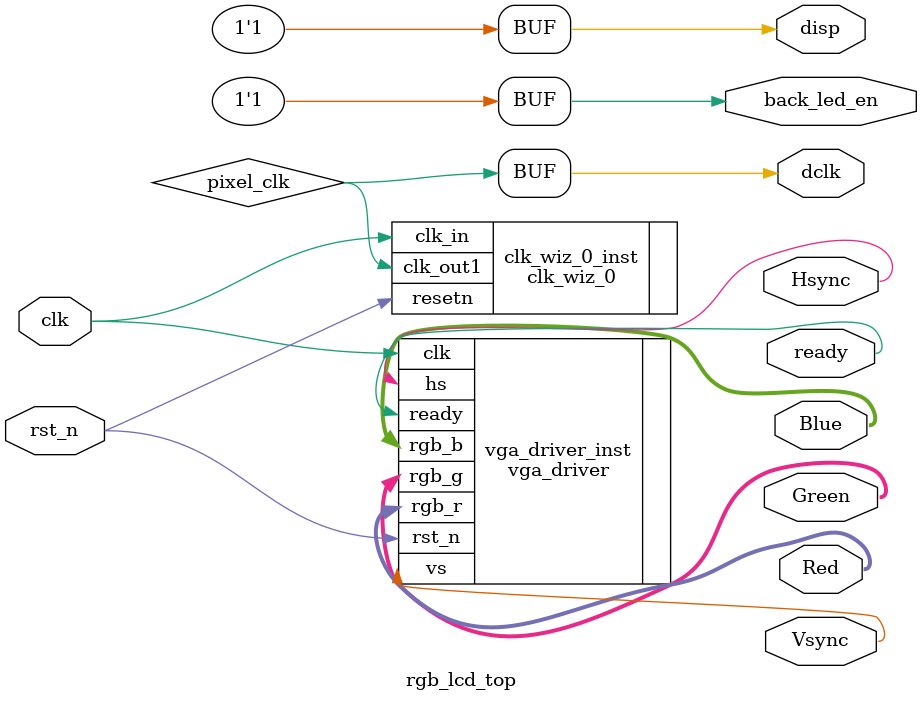
<source format=v>
module rgb_lcd_top
        (
            input  wire clk,
            input  wire rst_n,
            output wire[7:0] Red,
            output wire[7:0] Green,
            output wire[7:0] Blue,
            output wire Hsync,
            output wire Vsync,
            output wire ready,
            output wire dclk,
            output wire disp,
            output wire back_led_en
         );
   
   assign back_led_en=1'b1;
   assign disp=1'b1;
    wire pixel_clk;
    clk_wiz_0 clk_wiz_0_inst
    (
        .clk_in(clk),
        .resetn(rst_n),
        .clk_out1(pixel_clk)
    );
    assign dclk=pixel_clk;
    vga_driver vga_driver_inst(
        .clk(clk),           //pixel clock
        .rst_n(rst_n),           //reset signal high active
        .hs(Hsync),            //horizontal synchronization
        .vs(Vsync),            //vertical synchronization
        .ready(ready),            //video valid
        .rgb_r(Red),         //video red data
        .rgb_g(Green),         //video green data
        .rgb_b(Blue)          //video blue data
    );
endmodule

</source>
